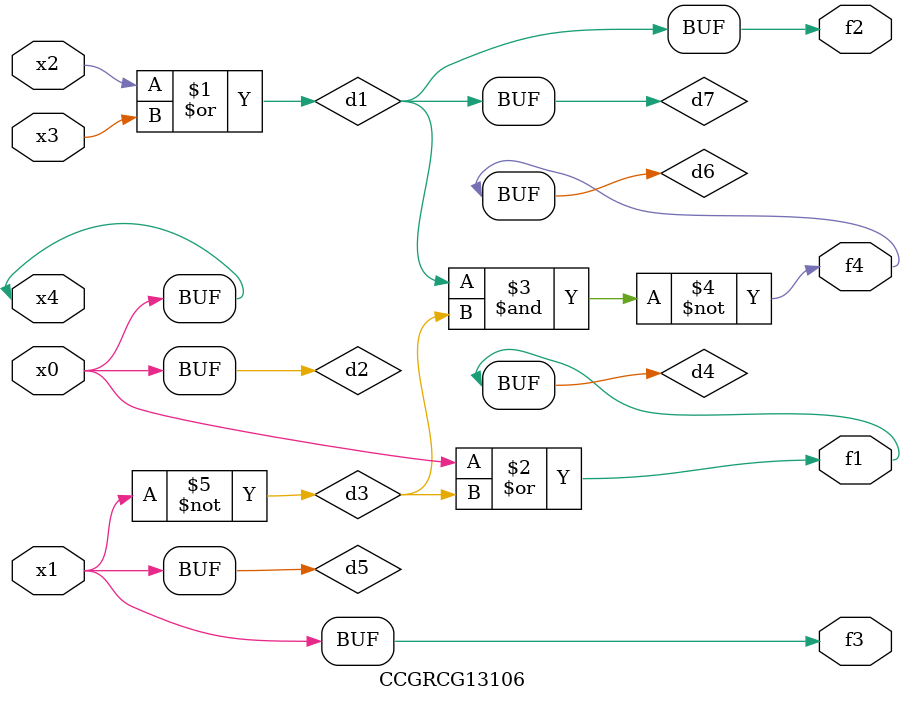
<source format=v>
module CCGRCG13106(
	input x0, x1, x2, x3, x4,
	output f1, f2, f3, f4
);

	wire d1, d2, d3, d4, d5, d6, d7;

	or (d1, x2, x3);
	buf (d2, x0, x4);
	not (d3, x1);
	or (d4, d2, d3);
	not (d5, d3);
	nand (d6, d1, d3);
	or (d7, d1);
	assign f1 = d4;
	assign f2 = d7;
	assign f3 = d5;
	assign f4 = d6;
endmodule

</source>
